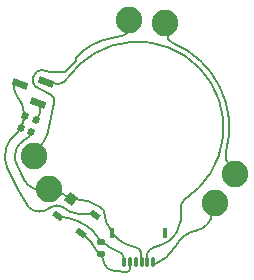
<source format=gbr>
%TF.GenerationSoftware,KiCad,Pcbnew,7.0.10*%
%TF.CreationDate,2024-11-13T08:35:09-08:00*%
%TF.ProjectId,ballBearingBoard241112,62616c6c-4265-4617-9269-6e67426f6172,rev?*%
%TF.SameCoordinates,Original*%
%TF.FileFunction,Copper,L1,Top*%
%TF.FilePolarity,Positive*%
%FSLAX46Y46*%
G04 Gerber Fmt 4.6, Leading zero omitted, Abs format (unit mm)*
G04 Created by KiCad (PCBNEW 7.0.10) date 2024-11-13 08:35:09*
%MOMM*%
%LPD*%
G01*
G04 APERTURE LIST*
G04 Aperture macros list*
%AMRoundRect*
0 Rectangle with rounded corners*
0 $1 Rounding radius*
0 $2 $3 $4 $5 $6 $7 $8 $9 X,Y pos of 4 corners*
0 Add a 4 corners polygon primitive as box body*
4,1,4,$2,$3,$4,$5,$6,$7,$8,$9,$2,$3,0*
0 Add four circle primitives for the rounded corners*
1,1,$1+$1,$2,$3*
1,1,$1+$1,$4,$5*
1,1,$1+$1,$6,$7*
1,1,$1+$1,$8,$9*
0 Add four rect primitives between the rounded corners*
20,1,$1+$1,$2,$3,$4,$5,0*
20,1,$1+$1,$4,$5,$6,$7,0*
20,1,$1+$1,$6,$7,$8,$9,0*
20,1,$1+$1,$8,$9,$2,$3,0*%
%AMRotRect*
0 Rectangle, with rotation*
0 The origin of the aperture is its center*
0 $1 length*
0 $2 width*
0 $3 Rotation angle, in degrees counterclockwise*
0 Add horizontal line*
21,1,$1,$2,0,0,$3*%
G04 Aperture macros list end*
%TA.AperFunction,SMDPad,CuDef*%
%ADD10RotRect,0.508000X0.863600X233.000000*%
%TD*%
%TA.AperFunction,SMDPad,CuDef*%
%ADD11RotRect,0.889000X0.863600X233.000000*%
%TD*%
%TA.AperFunction,SMDPad,CuDef*%
%ADD12RoundRect,0.030000X-0.120000X-0.370000X0.120000X-0.370000X0.120000X0.370000X-0.120000X0.370000X0*%
%TD*%
%TA.AperFunction,SMDPad,CuDef*%
%ADD13RoundRect,0.040000X-0.160000X-0.360000X0.160000X-0.360000X0.160000X0.360000X-0.160000X0.360000X0*%
%TD*%
%TA.AperFunction,SMDPad,CuDef*%
%ADD14RotRect,0.584200X1.320800X70.000000*%
%TD*%
%TA.AperFunction,ComponentPad*%
%ADD15C,2.250000*%
%TD*%
%TA.AperFunction,SMDPad,CuDef*%
%ADD16RoundRect,0.140000X0.170000X-0.140000X0.170000X0.140000X-0.170000X0.140000X-0.170000X-0.140000X0*%
%TD*%
%TA.AperFunction,SMDPad,CuDef*%
%ADD17RoundRect,0.140000X-0.189700X-0.111865X0.073414X-0.207631X0.189700X0.111865X-0.073414X0.207631X0*%
%TD*%
%TA.AperFunction,Conductor*%
%ADD18C,0.200000*%
%TD*%
G04 APERTURE END LIST*
D10*
%TO.P,U1,4,+VS*%
%TO.N,Net-(U1-+VS)*%
X-3652472Y-7379551D03*
%TO.P,U1,3,+VS/GND*%
%TO.N,Net-(U1-+VS{slash}GND)*%
X-4795921Y-8896960D03*
%TO.P,U1,2,GND/+VS*%
%TO.N,Net-(U1-GND{slash}+VS)*%
X-6710729Y-7454048D03*
D11*
%TO.P,U1,1,GND*%
%TO.N,GND*%
X-5681926Y-6088780D03*
%TD*%
D12*
%TO.P,FPC1,1,1*%
%TO.N,Net-(J1-Pin_1)*%
X1326200Y-11411700D03*
%TO.P,FPC1,2,2*%
%TO.N,V_USB*%
X826200Y-11411700D03*
%TO.P,FPC1,3,3*%
%TO.N,GND*%
X326200Y-11411700D03*
%TO.P,FPC1,4,4*%
%TO.N,unconnected-(FPC1-Pad4)*%
X-173800Y-11411700D03*
%TO.P,FPC1,5,5*%
%TO.N,Net-(U1-+VS{slash}GND)*%
X-673800Y-11411700D03*
%TO.P,FPC1,6,6*%
%TO.N,Net-(U1-GND{slash}+VS)*%
X-1173800Y-11411700D03*
D13*
%TO.P,FPC1,7,7*%
%TO.N,unconnected-(FPC1-Pad7)*%
X2326200Y-8901700D03*
%TO.P,FPC1,8,8*%
%TO.N,GND*%
X-2173800Y-8901700D03*
%TD*%
D14*
%TO.P,U2,1,GND*%
%TO.N,GND*%
X-8412592Y2087199D03*
%TO.P,U2,2,VOUT*%
%TO.N,V_USB*%
X-7762753Y3872616D03*
%TO.P,U2,3,VIN*%
%TO.N,Net-(U1-+VS)*%
X-9997128Y3674892D03*
%TD*%
D15*
%TO.P,J3,1,Pin_1*%
%TO.N,Net-(J3-Pin_1)*%
X-8790648Y-2443541D03*
%TD*%
%TO.P,J1,1,Pin_1*%
%TO.N,Net-(J1-Pin_1)*%
X6512006Y-6390918D03*
%TD*%
D16*
%TO.P,C1,1,1*%
%TO.N,Net-(U1-+VS{slash}GND)*%
X-3073400Y-10690800D03*
%TO.P,C1,2,2*%
%TO.N,Net-(U1-GND{slash}+VS)*%
X-3073400Y-9730800D03*
%TD*%
D17*
%TO.P,C3,1*%
%TO.N,Net-(U1-+VS)*%
X-9899852Y-64430D03*
%TO.P,C3,2*%
%TO.N,GND*%
X-8997748Y-392770D03*
%TD*%
D15*
%TO.P,J2,1,Pin_1*%
%TO.N,GND*%
X-7522843Y-5163025D03*
%TD*%
%TO.P,J5,1,Pin_1*%
%TO.N,Net-(J5-Pin_1)*%
X2278693Y8835019D03*
%TD*%
%TO.P,J6,1,Pin_1*%
%TO.N,Net-(J5-Pin_1)*%
X8232736Y-3933460D03*
%TD*%
D17*
%TO.P,C2,1,1*%
%TO.N,Net-(U1-+VS)*%
X-9544252Y951570D03*
%TO.P,C2,2,2*%
%TO.N,GND*%
X-8642148Y623230D03*
%TD*%
D15*
%TO.P,J4,1,Pin_1*%
%TO.N,Net-(J3-Pin_1)*%
X-709888Y9096485D03*
%TD*%
D18*
%TO.N,Net-(J3-Pin_1)*%
X-6173501Y4699000D02*
X-6527800Y4699000D01*
X-5247804Y5624697D02*
X-6173501Y4699000D01*
X-5247804Y5898401D02*
X-5247804Y5624697D01*
%TO.N,GND*%
X-7072468Y-5613400D02*
X-7522843Y-5163025D01*
X-6299200Y-5613400D02*
X-7072468Y-5613400D01*
X-6299200Y-5613400D02*
X-6269218Y-5642004D01*
X-5720978Y-6137441D02*
X-5752395Y-6110399D01*
%TO.N,Net-(J3-Pin_1)*%
X-7874000Y4826000D02*
G75*
G03*
X-6654800Y4673600I902285J2265284D01*
G01*
X-7112001Y1930401D02*
G75*
G03*
X-7569200Y2895599I-624144J295236D01*
G01*
X-6527800Y4699000D02*
X-6682664Y4669068D01*
X-7874000Y4825999D02*
G75*
G03*
X-8331200Y3302000I-219221J-764813D01*
G01*
X-1346200Y7721600D02*
G75*
G03*
X-685800Y8407400I-147579J802983D01*
G01*
X-2226173Y7571440D02*
X-1346200Y7721600D01*
X-2226173Y7571439D02*
G75*
G03*
X-5247804Y5898401I879378J-5153383D01*
G01*
%TO.N,Net-(U1-+VS)*%
X-6325981Y-6739878D02*
G75*
G03*
X-7416800Y-6781800I-517582J-745044D01*
G01*
%TO.N,GND*%
X-6269219Y-5642005D02*
G75*
G03*
X-5752395Y-6110399I9405819J9859005D01*
G01*
%TO.N,Net-(U1-+VS)*%
X-6325981Y-6739878D02*
G75*
G03*
X-5050785Y-7296654I1356548J1368240D01*
G01*
%TO.N,GND*%
X-2794000Y-7340600D02*
G75*
G03*
X-3175000Y-6731000I-650146J17521D01*
G01*
X-3175000Y-6731000D02*
G75*
G03*
X-5384800Y-6045201I-2191714J-3159057D01*
G01*
%TO.N,Net-(U1-+VS)*%
X-5050785Y-7296654D02*
G75*
G03*
X-3886200Y-7289800I550397J5422952D01*
G01*
%TO.N,Net-(U1-+VS{slash}GND)*%
X-685800Y-12014200D02*
G75*
G03*
X-686462Y-11432736I-3468072J286784D01*
G01*
%TO.N,V_USB*%
X1352635Y-10152441D02*
G75*
G03*
X1974592Y-9948056I-1112635J4434341D01*
G01*
%TO.N,GND*%
X330199Y-11201400D02*
G75*
G03*
X304137Y-10619936I-7279200J-34948D01*
G01*
X-9606422Y-4451582D02*
G75*
G03*
X-7747000Y-5207000I1402140J785151D01*
G01*
%TO.N,Net-(U1-GND{slash}+VS)*%
X-2895600Y-9753600D02*
G75*
G03*
X-1699365Y-10463908I2511862J2867792D01*
G01*
%TO.N,Net-(U1-+VS)*%
X-9225422Y-6762981D02*
G75*
G03*
X-7416800Y-6781800I915069J1024510D01*
G01*
%TO.N,GND*%
X-10331217Y-2900822D02*
G75*
G03*
X-9606421Y-4451582I7144698J2394540D01*
G01*
%TO.N,Net-(U1-+VS)*%
X-11042317Y-3420810D02*
G75*
G03*
X-9225422Y-6762982I22341047J9980260D01*
G01*
%TO.N,Net-(U1-+VS{slash}GND)*%
X-3530600Y-10363200D02*
G75*
G03*
X-3098800Y-10693400I619766J363032D01*
G01*
%TO.N,Net-(U1-GND{slash}+VS)*%
X-3759201Y-8763001D02*
G75*
G03*
X-6629400Y-7543801I-3222245J-3597638D01*
G01*
%TO.N,V_USB*%
X838200Y-11238393D02*
G75*
G03*
X811909Y-10665565I-7170352J-42079D01*
G01*
%TO.N,Net-(U1-GND{slash}+VS)*%
X-3251201Y-9499600D02*
G75*
G03*
X-3759200Y-8763000I-1658860J-600569D01*
G01*
%TO.N,GND*%
X-2793999Y-7340600D02*
G75*
G03*
X-2286000Y-8636000I1926710J8265D01*
G01*
X-2260600Y-8763000D02*
G75*
G03*
X-236589Y-10106816I2545206J1637347D01*
G01*
%TO.N,Net-(U1-GND{slash}+VS)*%
X-1186245Y-11004636D02*
G75*
G03*
X-1699365Y-10463909I-586584J-42811D01*
G01*
%TO.N,Net-(U1-+VS{slash}GND)*%
X-2844800Y-11480800D02*
G75*
G03*
X-2085235Y-12116691I873903J272276D01*
G01*
X-3530600Y-10363200D02*
G75*
G03*
X-4521200Y-9093200I-3416952J-1643889D01*
G01*
%TO.N,Net-(J5-Pin_1)*%
X7483872Y-2047952D02*
G75*
G03*
X2921000Y7188200I-7483872J2047952D01*
G01*
%TO.N,Net-(U1-+VS{slash}GND)*%
X-3073399Y-10718800D02*
G75*
G03*
X-2844799Y-11480800I2707351J396916D01*
G01*
X-914400Y-12242800D02*
G75*
G03*
X-685800Y-12014200I-2361J230961D01*
G01*
X-2085235Y-12116691D02*
G75*
G03*
X-914400Y-12242800I1017387J3947481D01*
G01*
%TO.N,V_USB*%
X1974592Y-9948055D02*
G75*
G03*
X3269992Y-8932057I-562562J2051085D01*
G01*
%TO.N,GND*%
X304138Y-10619936D02*
G75*
G03*
X-236589Y-10106816I-583538J-73464D01*
G01*
%TO.N,Net-(J1-Pin_1)*%
X5003800Y-8712199D02*
G75*
G03*
X6324600Y-7239000I-348130J1640799D01*
G01*
X1396999Y-11607798D02*
G75*
G03*
X3225800Y-10033000I-1372389J3443028D01*
G01*
X5003800Y-8712198D02*
G75*
G03*
X3225801Y-10033000I450160J-2463112D01*
G01*
%TO.N,V_USB*%
X3269993Y-8932058D02*
G75*
G03*
X3657600Y-6832600I-2856473J1612878D01*
G01*
X3974778Y-6087950D02*
G75*
G03*
X3657601Y-6832600I539922J-669850D01*
G01*
%TO.N,Net-(J5-Pin_1)*%
X7483905Y-2047963D02*
G75*
G03*
X7848601Y-3276599I1037995J-360337D01*
G01*
%TO.N,V_USB*%
X1352637Y-10152447D02*
G75*
G03*
X811909Y-10665565I187703J-739273D01*
G01*
%TO.N,Net-(U1-+VS)*%
X-9570641Y951570D02*
G75*
G03*
X-10287000Y2794000I-2901012J-67469D01*
G01*
%TO.N,GND*%
X-9575800Y-1041400D02*
G75*
G03*
X-10331218Y-2900822I785151J-1402140D01*
G01*
%TO.N,Net-(U1-+VS)*%
X-10312400Y3987800D02*
G75*
G03*
X-10287000Y2794000I869468J-578671D01*
G01*
%TO.N,Net-(J3-Pin_1)*%
X-8331199Y3302002D02*
G75*
G03*
X-7569200Y2895601I8691699J15379298D01*
G01*
%TO.N,Net-(U1-+VS)*%
X-10160000Y-406400D02*
G75*
G03*
X-9544252Y951570I-3175963J2258671D01*
G01*
%TO.N,Net-(J5-Pin_1)*%
X2498465Y7924790D02*
G75*
G03*
X2921000Y7188201I642035J-121190D01*
G01*
%TO.N,V_USB*%
X-7365999Y3911601D02*
G75*
G03*
X-5943601Y4191000I598360J714153D01*
G01*
%TO.N,GND*%
X-8534401Y558801D02*
G75*
G03*
X-8336393Y2264999I-1622661J1052902D01*
G01*
%TO.N,Net-(U1-+VS)*%
X-10160000Y-406400D02*
G75*
G03*
X-11042317Y-3420810I1369352J-2037141D01*
G01*
%TO.N,GND*%
X-9575800Y-1041400D02*
G75*
G03*
X-8997748Y-392770I-289944J840286D01*
G01*
%TO.N,Net-(J3-Pin_1)*%
X-7111997Y1930399D02*
G75*
G03*
X-7620000Y-482600I20689097J-5615599D01*
G01*
X-8458200Y-1752600D02*
G75*
G03*
X-7620000Y-482600I-1559998J1941205D01*
G01*
%TO.N,V_USB*%
X3974771Y-6087940D02*
G75*
G03*
X-5943599Y4191000I-3975337J6088806D01*
G01*
%TD*%
M02*

</source>
